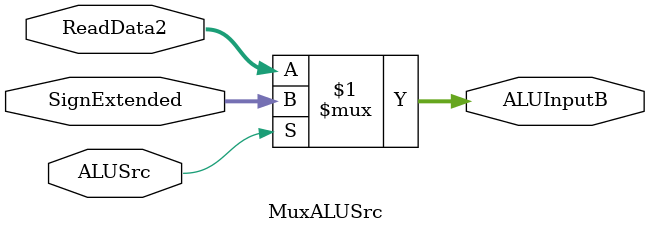
<source format=v>
module MuxALUSrc(
    input wire [31:0] ReadData2,   // Dado lido do registrador 2
    input wire [31:0] SignExtended, // Valor estendido
    input wire ALUSrc,             // Sinal de controle
    output wire [31:0] ALUInputB   // Entrada B da ALU
);

    assign ALUInputB = (ALUSrc) ? SignExtended : ReadData2;

endmodule
</source>
